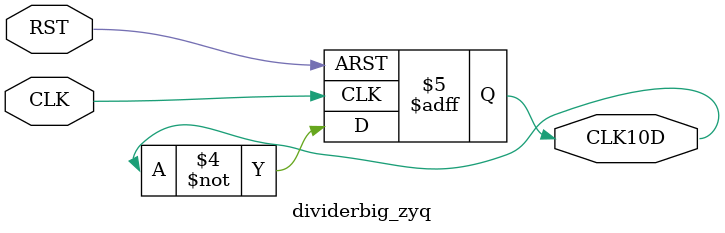
<source format=v>
module dividerbig_zyq(CLK,CLK10D,RST);
	input CLK,RST;
	output CLK10D;
	reg CLK10D;
	reg [20:0]cnt;
	always @(posedge CLK or negedge RST)
	begin
		if(!RST) 
		begin 
			cnt<=0;
			CLK10D <= 0;
		end
		else begin
			cnt <= cnt+1;
			CLK10D=~CLK10D;
		end
	end
endmodule
</source>
